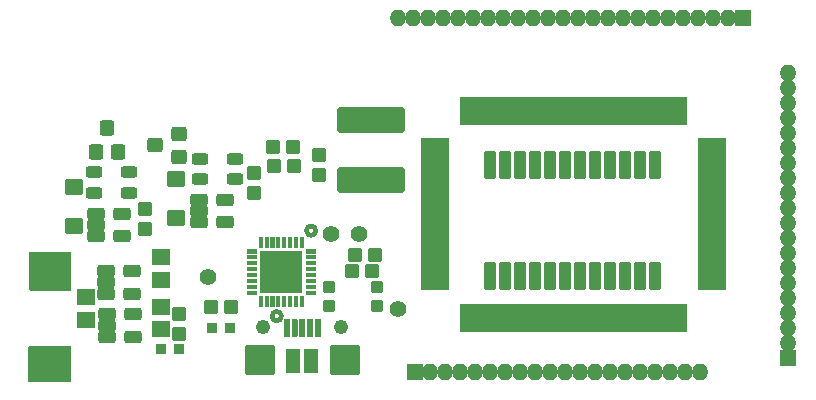
<source format=gbr>
G04 #@! TF.GenerationSoftware,KiCad,Pcbnew,9.0.1*
G04 #@! TF.CreationDate,2025-08-14T12:18:44-07:00*
G04 #@! TF.ProjectId,EL_PSU,454c5f50-5355-42e6-9b69-6361645f7063,rev?*
G04 #@! TF.SameCoordinates,Original*
G04 #@! TF.FileFunction,Soldermask,Top*
G04 #@! TF.FilePolarity,Negative*
%FSLAX46Y46*%
G04 Gerber Fmt 4.6, Leading zero omitted, Abs format (unit mm)*
G04 Created by KiCad (PCBNEW 9.0.1) date 2025-08-14 12:18:44*
%MOMM*%
%LPD*%
G01*
G04 APERTURE LIST*
G04 Aperture macros list*
%AMRoundRect*
0 Rectangle with rounded corners*
0 $1 Rounding radius*
0 $2 $3 $4 $5 $6 $7 $8 $9 X,Y pos of 4 corners*
0 Add a 4 corners polygon primitive as box body*
4,1,4,$2,$3,$4,$5,$6,$7,$8,$9,$2,$3,0*
0 Add four circle primitives for the rounded corners*
1,1,$1+$1,$2,$3*
1,1,$1+$1,$4,$5*
1,1,$1+$1,$6,$7*
1,1,$1+$1,$8,$9*
0 Add four rect primitives between the rounded corners*
20,1,$1+$1,$2,$3,$4,$5,0*
20,1,$1+$1,$4,$5,$6,$7,0*
20,1,$1+$1,$6,$7,$8,$9,0*
20,1,$1+$1,$8,$9,$2,$3,0*%
G04 Aperture macros list end*
%ADD10C,0.400000*%
%ADD11C,0.000000*%
%ADD12RoundRect,0.050800X-0.750000X0.620000X-0.750000X-0.620000X0.750000X-0.620000X0.750000X0.620000X0*%
%ADD13RoundRect,0.050800X0.500000X-1.000000X0.500000X1.000000X-0.500000X1.000000X-0.500000X-1.000000X0*%
%ADD14RoundRect,0.050800X-0.200000X-0.675000X0.200000X-0.675000X0.200000X0.675000X-0.200000X0.675000X0*%
%ADD15C,1.244600*%
%ADD16RoundRect,0.050800X1.206500X-1.206500X1.206500X1.206500X-1.206500X1.206500X-1.206500X-1.206500X0*%
%ADD17RoundRect,0.050800X-0.450000X-0.450000X0.450000X-0.450000X0.450000X0.450000X-0.450000X0.450000X0*%
%ADD18RoundRect,0.050800X-0.125000X-0.400000X0.125000X-0.400000X0.125000X0.400000X-0.125000X0.400000X0*%
%ADD19RoundRect,0.050800X0.400000X-0.125000X0.400000X0.125000X-0.400000X0.125000X-0.400000X-0.125000X0*%
%ADD20RoundRect,0.050800X0.125000X0.400000X-0.125000X0.400000X-0.125000X-0.400000X0.125000X-0.400000X0*%
%ADD21RoundRect,0.050800X-0.400000X0.125000X-0.400000X-0.125000X0.400000X-0.125000X0.400000X0.125000X0*%
%ADD22RoundRect,0.180080X-1.620720X1.620720X-1.620720X-1.620720X1.620720X-1.620720X1.620720X1.620720X0*%
%ADD23RoundRect,0.050800X-0.537500X-0.500000X0.537500X-0.500000X0.537500X0.500000X-0.537500X0.500000X0*%
%ADD24RoundRect,0.050800X-0.400000X0.400000X-0.400000X-0.400000X0.400000X-0.400000X0.400000X0.400000X0*%
%ADD25RoundRect,0.050800X0.500000X-0.537500X0.500000X0.537500X-0.500000X0.537500X-0.500000X-0.537500X0*%
%ADD26RoundRect,0.200000X-0.530000X-0.325000X0.530000X-0.325000X0.530000X0.325000X-0.530000X0.325000X0*%
%ADD27RoundRect,0.200000X0.600000X-0.450000X0.600000X0.450000X-0.600000X0.450000X-0.600000X-0.450000X0*%
%ADD28RoundRect,0.200000X-0.500000X-0.275000X0.500000X-0.275000X0.500000X0.275000X-0.500000X0.275000X0*%
%ADD29RoundRect,0.305556X2.594444X-0.794444X2.594444X0.794444X-2.594444X0.794444X-2.594444X-0.794444X0*%
%ADD30RoundRect,0.050800X-0.500000X0.537500X-0.500000X-0.537500X0.500000X-0.537500X0.500000X0.537500X0*%
%ADD31RoundRect,0.050800X0.537500X0.500000X-0.537500X0.500000X-0.537500X-0.500000X0.537500X-0.500000X0*%
%ADD32RoundRect,0.200000X-0.300000X1.000000X-0.300000X-1.000000X0.300000X-1.000000X0.300000X1.000000X0*%
%ADD33RoundRect,0.200000X0.450000X0.400000X-0.450000X0.400000X-0.450000X-0.400000X0.450000X-0.400000X0*%
%ADD34RoundRect,0.200000X0.400000X-0.450000X0.400000X0.450000X-0.400000X0.450000X-0.400000X-0.450000X0*%
%ADD35RoundRect,0.050800X0.400000X-0.400000X0.400000X0.400000X-0.400000X0.400000X-0.400000X-0.400000X0*%
%ADD36RoundRect,0.200000X0.500000X0.500000X-0.500000X0.500000X-0.500000X-0.500000X0.500000X-0.500000X0*%
%ADD37O,1.400000X1.400000*%
%ADD38RoundRect,0.200000X0.500000X-0.500000X0.500000X0.500000X-0.500000X0.500000X-0.500000X-0.500000X0*%
%ADD39RoundRect,0.200000X-0.250000X-1.000000X0.250000X-1.000000X0.250000X1.000000X-0.250000X1.000000X0*%
%ADD40RoundRect,0.200000X-1.000000X0.250000X-1.000000X-0.250000X1.000000X-0.250000X1.000000X0.250000X0*%
%ADD41RoundRect,0.200000X-0.500000X0.500000X-0.500000X-0.500000X0.500000X-0.500000X0.500000X0.500000X0*%
%ADD42C,1.400000*%
G04 APERTURE END LIST*
D10*
X142387609Y-100457000D02*
G75*
G02*
X141584391Y-100457000I-401609J0D01*
G01*
X141584391Y-100457000D02*
G75*
G02*
X142387609Y-100457000I401609J0D01*
G01*
X145308609Y-93218000D02*
G75*
G02*
X144505391Y-93218000I-401609J0D01*
G01*
X144505391Y-93218000D02*
G75*
G02*
X145308609Y-93218000I401609J0D01*
G01*
D11*
G36*
X143095000Y-102185000D02*
G01*
X142595000Y-102185000D01*
X142595000Y-100735000D01*
X143095000Y-100735000D01*
X143095000Y-102185000D01*
G37*
G36*
X143745000Y-102185000D02*
G01*
X143245000Y-102185000D01*
X143245000Y-100735000D01*
X143745000Y-100735000D01*
X143745000Y-102185000D01*
G37*
G36*
X144395000Y-102185000D02*
G01*
X143895000Y-102185000D01*
X143895000Y-100735000D01*
X144395000Y-100735000D01*
X144395000Y-102185000D01*
G37*
G36*
X145045000Y-102185000D02*
G01*
X144545000Y-102185000D01*
X144545000Y-100735000D01*
X145045000Y-100735000D01*
X145045000Y-102185000D01*
G37*
G36*
X145695000Y-102185000D02*
G01*
X145195000Y-102185000D01*
X145195000Y-100735000D01*
X145695000Y-100735000D01*
X145695000Y-102185000D01*
G37*
G36*
X140331000Y-95152000D02*
G01*
X139431000Y-95152000D01*
X139431000Y-94802000D01*
X140331000Y-94802000D01*
X140331000Y-95152000D01*
G37*
G36*
X140331000Y-95652000D02*
G01*
X139431000Y-95652000D01*
X139431000Y-95302000D01*
X140331000Y-95302000D01*
X140331000Y-95652000D01*
G37*
G36*
X140331000Y-96152000D02*
G01*
X139431000Y-96152000D01*
X139431000Y-95802000D01*
X140331000Y-95802000D01*
X140331000Y-96152000D01*
G37*
G36*
X140331000Y-96652000D02*
G01*
X139431000Y-96652000D01*
X139431000Y-96302000D01*
X140331000Y-96302000D01*
X140331000Y-96652000D01*
G37*
G36*
X140331000Y-97152000D02*
G01*
X139431000Y-97152000D01*
X139431000Y-96802000D01*
X140331000Y-96802000D01*
X140331000Y-97152000D01*
G37*
G36*
X140331000Y-97652000D02*
G01*
X139431000Y-97652000D01*
X139431000Y-97302000D01*
X140331000Y-97302000D01*
X140331000Y-97652000D01*
G37*
G36*
X140331000Y-98152000D02*
G01*
X139431000Y-98152000D01*
X139431000Y-97802000D01*
X140331000Y-97802000D01*
X140331000Y-98152000D01*
G37*
G36*
X140331000Y-98652000D02*
G01*
X139431000Y-98652000D01*
X139431000Y-98302000D01*
X140331000Y-98302000D01*
X140331000Y-98652000D01*
G37*
G36*
X140806000Y-94677000D02*
G01*
X140456000Y-94677000D01*
X140456000Y-93777000D01*
X140806000Y-93777000D01*
X140806000Y-94677000D01*
G37*
G36*
X140806000Y-99677000D02*
G01*
X140456000Y-99677000D01*
X140456000Y-98777000D01*
X140806000Y-98777000D01*
X140806000Y-99677000D01*
G37*
G36*
X141306000Y-94677000D02*
G01*
X140956000Y-94677000D01*
X140956000Y-93777000D01*
X141306000Y-93777000D01*
X141306000Y-94677000D01*
G37*
G36*
X141306000Y-99677000D02*
G01*
X140956000Y-99677000D01*
X140956000Y-98777000D01*
X141306000Y-98777000D01*
X141306000Y-99677000D01*
G37*
G36*
X141806000Y-94677000D02*
G01*
X141456000Y-94677000D01*
X141456000Y-93777000D01*
X141806000Y-93777000D01*
X141806000Y-94677000D01*
G37*
G36*
X141806000Y-99677000D02*
G01*
X141456000Y-99677000D01*
X141456000Y-98777000D01*
X141806000Y-98777000D01*
X141806000Y-99677000D01*
G37*
G36*
X142306000Y-94677000D02*
G01*
X141956000Y-94677000D01*
X141956000Y-93777000D01*
X142306000Y-93777000D01*
X142306000Y-94677000D01*
G37*
G36*
X142306000Y-99677000D02*
G01*
X141956000Y-99677000D01*
X141956000Y-98777000D01*
X142306000Y-98777000D01*
X142306000Y-99677000D01*
G37*
G36*
X142806000Y-94677000D02*
G01*
X142456000Y-94677000D01*
X142456000Y-93777000D01*
X142806000Y-93777000D01*
X142806000Y-94677000D01*
G37*
G36*
X142806000Y-99677000D02*
G01*
X142456000Y-99677000D01*
X142456000Y-98777000D01*
X142806000Y-98777000D01*
X142806000Y-99677000D01*
G37*
G36*
X143306000Y-94677000D02*
G01*
X142956000Y-94677000D01*
X142956000Y-93777000D01*
X143306000Y-93777000D01*
X143306000Y-94677000D01*
G37*
G36*
X143306000Y-99677000D02*
G01*
X142956000Y-99677000D01*
X142956000Y-98777000D01*
X143306000Y-98777000D01*
X143306000Y-99677000D01*
G37*
G36*
X143806000Y-94677000D02*
G01*
X143456000Y-94677000D01*
X143456000Y-93777000D01*
X143806000Y-93777000D01*
X143806000Y-94677000D01*
G37*
G36*
X143806000Y-99677000D02*
G01*
X143456000Y-99677000D01*
X143456000Y-98777000D01*
X143806000Y-98777000D01*
X143806000Y-99677000D01*
G37*
G36*
X144306000Y-94677000D02*
G01*
X143956000Y-94677000D01*
X143956000Y-93777000D01*
X144306000Y-93777000D01*
X144306000Y-94677000D01*
G37*
G36*
X144306000Y-99677000D02*
G01*
X143956000Y-99677000D01*
X143956000Y-98777000D01*
X144306000Y-98777000D01*
X144306000Y-99677000D01*
G37*
G36*
X145331000Y-95152000D02*
G01*
X144431000Y-95152000D01*
X144431000Y-94802000D01*
X145331000Y-94802000D01*
X145331000Y-95152000D01*
G37*
G36*
X145331000Y-95652000D02*
G01*
X144431000Y-95652000D01*
X144431000Y-95302000D01*
X145331000Y-95302000D01*
X145331000Y-95652000D01*
G37*
G36*
X145331000Y-96152000D02*
G01*
X144431000Y-96152000D01*
X144431000Y-95802000D01*
X145331000Y-95802000D01*
X145331000Y-96152000D01*
G37*
G36*
X145331000Y-96652000D02*
G01*
X144431000Y-96652000D01*
X144431000Y-96302000D01*
X145331000Y-96302000D01*
X145331000Y-96652000D01*
G37*
G36*
X145331000Y-97152000D02*
G01*
X144431000Y-97152000D01*
X144431000Y-96802000D01*
X145331000Y-96802000D01*
X145331000Y-97152000D01*
G37*
G36*
X145331000Y-97652000D02*
G01*
X144431000Y-97652000D01*
X144431000Y-97302000D01*
X145331000Y-97302000D01*
X145331000Y-97652000D01*
G37*
G36*
X145331000Y-98152000D02*
G01*
X144431000Y-98152000D01*
X144431000Y-97802000D01*
X145331000Y-97802000D01*
X145331000Y-98152000D01*
G37*
G36*
X145331000Y-98652000D02*
G01*
X144431000Y-98652000D01*
X144431000Y-98302000D01*
X145331000Y-98302000D01*
X145331000Y-98652000D01*
G37*
D12*
X132200000Y-99650000D03*
X132200000Y-101550000D03*
X125857000Y-98850000D03*
X125857000Y-100750000D03*
D13*
X143395000Y-104235000D03*
X144895000Y-104235000D03*
D14*
X144145000Y-101460000D03*
X143495000Y-101460000D03*
X145445000Y-101460000D03*
X144795000Y-101460000D03*
D15*
X140845000Y-101335000D03*
X147445000Y-101335000D03*
D16*
X140545000Y-104135000D03*
X147745000Y-104135000D03*
D14*
X142845000Y-101460000D03*
D17*
X150513000Y-98000000D03*
X146413000Y-98000000D03*
X150513000Y-99600000D03*
X146413000Y-99600000D03*
D18*
X144131000Y-94227000D03*
X143631000Y-94227000D03*
X143131000Y-94227000D03*
X142631000Y-94227000D03*
X142131000Y-94227000D03*
X141631000Y-94227000D03*
X141131000Y-94227000D03*
X140631000Y-94227000D03*
D19*
X139881000Y-94977000D03*
X139881000Y-95477000D03*
X139881000Y-95977000D03*
X139881000Y-96477000D03*
X139881000Y-96977000D03*
X139881000Y-97477000D03*
X139881000Y-97977000D03*
X139881000Y-98477000D03*
D20*
X140631000Y-99227000D03*
X141131000Y-99227000D03*
X141631000Y-99227000D03*
X142131000Y-99227000D03*
X142631000Y-99227000D03*
X143131000Y-99227000D03*
X143631000Y-99227000D03*
X144131000Y-99227000D03*
D21*
X144881000Y-98477000D03*
X144881000Y-97977000D03*
X144881000Y-97477000D03*
X144881000Y-96977000D03*
X144881000Y-96477000D03*
X144881000Y-95977000D03*
X144881000Y-95477000D03*
X144881000Y-94977000D03*
D22*
X142381000Y-96727000D03*
D23*
X148375000Y-96647000D03*
X150075000Y-96647000D03*
D24*
X136525000Y-101473000D03*
X138025000Y-101473000D03*
D23*
X136437000Y-99695000D03*
X138137000Y-99695000D03*
D25*
X133731000Y-101942000D03*
X133731000Y-100242000D03*
D26*
X135425000Y-90617000D03*
X135425000Y-91567000D03*
X135425000Y-92517000D03*
X137625000Y-92517000D03*
X137625000Y-90617000D03*
D27*
X133450000Y-92150000D03*
X133450000Y-88850000D03*
D28*
X135450000Y-88875000D03*
X135450000Y-87125000D03*
X138450000Y-87125000D03*
X138450000Y-88875000D03*
D29*
X149987000Y-88910000D03*
X149987000Y-83810000D03*
D30*
X140081000Y-88304000D03*
X140081000Y-90004000D03*
D31*
X143471000Y-87757000D03*
X141771000Y-87757000D03*
X143400000Y-86106000D03*
X141700000Y-86106000D03*
D25*
X145542000Y-88480000D03*
X145542000Y-86780000D03*
D12*
X132200000Y-95450000D03*
X132200000Y-97350000D03*
D32*
X174012871Y-87683492D03*
X172742871Y-87683492D03*
X171472871Y-87683492D03*
X170202871Y-87683492D03*
X168932871Y-87683492D03*
X167662871Y-87683492D03*
X166392871Y-87683492D03*
X165122871Y-87683492D03*
X163852871Y-87683492D03*
X162582871Y-87683492D03*
X161312871Y-87683492D03*
X160042871Y-87683492D03*
X160042871Y-97083492D03*
X161312871Y-97083492D03*
X162582871Y-97083492D03*
X163852871Y-97083492D03*
X165122871Y-97083492D03*
X166392871Y-97083492D03*
X167662871Y-97083492D03*
X168932871Y-97083492D03*
X170202871Y-97083492D03*
X171472871Y-97083492D03*
X172742871Y-97083492D03*
X174012871Y-97083492D03*
D26*
X127650000Y-100300000D03*
X127650000Y-101250000D03*
X127650000Y-102200000D03*
X129850000Y-102200000D03*
X129850000Y-100300000D03*
X127500000Y-96650000D03*
X127500000Y-97600000D03*
X127500000Y-98550000D03*
X129700000Y-98550000D03*
X129700000Y-96650000D03*
D33*
X133700000Y-86950000D03*
X133700000Y-85050000D03*
X131700000Y-86000000D03*
D25*
X130810000Y-93052000D03*
X130810000Y-91352000D03*
D27*
X124800000Y-92790000D03*
X124800000Y-89490000D03*
D34*
X126650000Y-86540000D03*
X128550000Y-86540000D03*
X127600000Y-84540000D03*
D28*
X126500000Y-90015000D03*
X126500000Y-88265000D03*
X129500000Y-88265000D03*
X129500000Y-90015000D03*
D26*
X126700000Y-91790000D03*
X126700000Y-92740000D03*
X126700000Y-93690000D03*
X128900000Y-93690000D03*
X128900000Y-91790000D03*
D35*
X133719000Y-103251000D03*
X132219000Y-103251000D03*
D23*
X148629000Y-95250000D03*
X150329000Y-95250000D03*
D36*
X185293000Y-104013000D03*
D37*
X185293000Y-102743000D03*
X185293000Y-101473000D03*
X185293000Y-100203000D03*
X185293000Y-98933000D03*
X185293000Y-97663000D03*
X185293000Y-96393000D03*
X185293000Y-95123000D03*
X185293000Y-93853000D03*
X185293000Y-92583000D03*
X185293000Y-91313000D03*
X185293000Y-90043000D03*
X185293000Y-88773000D03*
X185293000Y-87503000D03*
X185293000Y-86233000D03*
X185293000Y-84963000D03*
X185293000Y-83693000D03*
X185293000Y-82423000D03*
X185293000Y-81153000D03*
X185293000Y-79883000D03*
D38*
X153670000Y-105156000D03*
D37*
X154940000Y-105156000D03*
X156210000Y-105156000D03*
X157480000Y-105156000D03*
X158750000Y-105156000D03*
X160020000Y-105156000D03*
X161290000Y-105156000D03*
X162560000Y-105156000D03*
X163830000Y-105156000D03*
X165100000Y-105156000D03*
X166370000Y-105156000D03*
X167640000Y-105156000D03*
X168910000Y-105156000D03*
X170180000Y-105156000D03*
X171450000Y-105156000D03*
X172720000Y-105156000D03*
X173990000Y-105156000D03*
X175260000Y-105156000D03*
X176530000Y-105156000D03*
X177800000Y-105156000D03*
D39*
X176332000Y-83071000D03*
X175532000Y-83071000D03*
X174732000Y-83071000D03*
X173932000Y-83071000D03*
X173132000Y-83071000D03*
X172332000Y-83071000D03*
X171532000Y-83071000D03*
X170732000Y-83071000D03*
X169932000Y-83071000D03*
X169132000Y-83071000D03*
X168332000Y-83071000D03*
X167532000Y-83071000D03*
X166732000Y-83071000D03*
X165932000Y-83071000D03*
X165132000Y-83071000D03*
X164332000Y-83071000D03*
X163532000Y-83071000D03*
X162732000Y-83071000D03*
X161932000Y-83071000D03*
X161132000Y-83071000D03*
X160332000Y-83071000D03*
X159532000Y-83071000D03*
X158732000Y-83071000D03*
X157932000Y-83071000D03*
D40*
X155382000Y-85821000D03*
X155382000Y-86621000D03*
X155382000Y-87421000D03*
X155382000Y-88221000D03*
X155382000Y-89021000D03*
X155382000Y-89821000D03*
X155382000Y-90621000D03*
X155382000Y-91421000D03*
X155382000Y-92221000D03*
X155382000Y-93021000D03*
X155382000Y-93821000D03*
X155382000Y-94621000D03*
X155382000Y-95421000D03*
X155382000Y-96221000D03*
X155382000Y-97021000D03*
X155382000Y-97821000D03*
D39*
X157932000Y-100571000D03*
X158732000Y-100571000D03*
X159532000Y-100571000D03*
X160332000Y-100571000D03*
X161132000Y-100571000D03*
X161932000Y-100571000D03*
X162732000Y-100571000D03*
X163532000Y-100571000D03*
X164332000Y-100571000D03*
X165132000Y-100571000D03*
X165932000Y-100571000D03*
X166732000Y-100571000D03*
X167532000Y-100571000D03*
X168332000Y-100571000D03*
X169132000Y-100571000D03*
X169932000Y-100571000D03*
X170732000Y-100571000D03*
X171532000Y-100571000D03*
X172332000Y-100571000D03*
X173132000Y-100571000D03*
X173932000Y-100571000D03*
X174732000Y-100571000D03*
X175532000Y-100571000D03*
X176332000Y-100571000D03*
D40*
X178882000Y-97821000D03*
X178882000Y-97021000D03*
X178882000Y-96221000D03*
X178882000Y-95421000D03*
X178882000Y-94621000D03*
X178882000Y-93821000D03*
X178882000Y-93021000D03*
X178882000Y-92221000D03*
X178882000Y-91421000D03*
X178882000Y-90621000D03*
X178882000Y-89821000D03*
X178882000Y-89021000D03*
X178882000Y-88221000D03*
X178882000Y-87421000D03*
X178882000Y-86621000D03*
X178882000Y-85821000D03*
D41*
X181500000Y-75184000D03*
D37*
X180230000Y-75184000D03*
X178960000Y-75184000D03*
X177690000Y-75184000D03*
X176420000Y-75184000D03*
X175150000Y-75184000D03*
X173880000Y-75184000D03*
X172610000Y-75184000D03*
X171340000Y-75184000D03*
X170070000Y-75184000D03*
X168800000Y-75184000D03*
X167530000Y-75184000D03*
X166260000Y-75184000D03*
X164990000Y-75184000D03*
X163720000Y-75184000D03*
X162450000Y-75184000D03*
X161180000Y-75184000D03*
X159910000Y-75184000D03*
X158640000Y-75184000D03*
X157370000Y-75184000D03*
X156100000Y-75184000D03*
X154830000Y-75184000D03*
X153560000Y-75184000D03*
X152290000Y-75184000D03*
D42*
X148971000Y-93472000D03*
X146558000Y-93472000D03*
X152273000Y-99822000D03*
X136144000Y-97155000D03*
G36*
X124529121Y-95016002D02*
G01*
X124575614Y-95069658D01*
X124587000Y-95122000D01*
X124587000Y-98172000D01*
X124566998Y-98240121D01*
X124513342Y-98286614D01*
X124461000Y-98298000D01*
X121157000Y-98298000D01*
X121088879Y-98277998D01*
X121042386Y-98224342D01*
X121031000Y-98172000D01*
X121031000Y-95122000D01*
X121051002Y-95053879D01*
X121104658Y-95007386D01*
X121157000Y-94996000D01*
X124461000Y-94996000D01*
X124529121Y-95016002D01*
G37*
G36*
X124529121Y-103017002D02*
G01*
X124575614Y-103070658D01*
X124587000Y-103123000D01*
X124587000Y-105919000D01*
X124566998Y-105987121D01*
X124513342Y-106033614D01*
X124461000Y-106045000D01*
X121030000Y-106045000D01*
X120961879Y-106024998D01*
X120915386Y-105971342D01*
X120904000Y-105919000D01*
X120904000Y-103123000D01*
X120924002Y-103054879D01*
X120977658Y-103008386D01*
X121030000Y-102997000D01*
X124461000Y-102997000D01*
X124529121Y-103017002D01*
G37*
M02*

</source>
